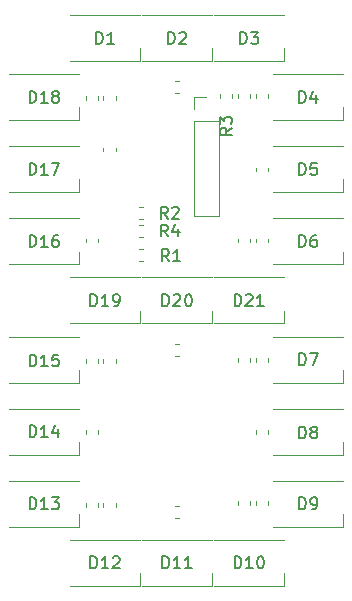
<source format=gbr>
G04 #@! TF.GenerationSoftware,KiCad,Pcbnew,(5.0.1)-4*
G04 #@! TF.CreationDate,2019-08-10T21:26:31+02:00*
G04 #@! TF.ProjectId,7segment_mini_module,377365676D656E745F6D696E695F6D6F,rev?*
G04 #@! TF.SameCoordinates,Original*
G04 #@! TF.FileFunction,Legend,Top*
G04 #@! TF.FilePolarity,Positive*
%FSLAX46Y46*%
G04 Gerber Fmt 4.6, Leading zero omitted, Abs format (unit mm)*
G04 Created by KiCad (PCBNEW (5.0.1)-4) date 10-08-2019 21:26:31*
%MOMM*%
%LPD*%
G01*
G04 APERTURE LIST*
%ADD10C,0.120000*%
%ADD11C,0.150000*%
G04 APERTURE END LIST*
D10*
G04 #@! TO.C,C1*
X85190000Y-76537221D02*
X85190000Y-76862779D01*
X86210000Y-76537221D02*
X86210000Y-76862779D01*
G04 #@! TO.C,C2*
X91562779Y-76310000D02*
X91237221Y-76310000D01*
X91562779Y-75290000D02*
X91237221Y-75290000D01*
G04 #@! TO.C,C3*
X96590000Y-76437221D02*
X96590000Y-76762779D01*
X97610000Y-76437221D02*
X97610000Y-76762779D01*
G04 #@! TO.C,C4*
X99110000Y-76437221D02*
X99110000Y-76762779D01*
X98090000Y-76437221D02*
X98090000Y-76762779D01*
G04 #@! TO.C,C5*
X98090000Y-82624721D02*
X98090000Y-82950279D01*
X99110000Y-82624721D02*
X99110000Y-82950279D01*
G04 #@! TO.C,C6*
X99110000Y-88637221D02*
X99110000Y-88962779D01*
X98090000Y-88637221D02*
X98090000Y-88962779D01*
G04 #@! TO.C,C7*
X98090000Y-98737221D02*
X98090000Y-99062779D01*
X99110000Y-98737221D02*
X99110000Y-99062779D01*
G04 #@! TO.C,C8*
X99110000Y-104837221D02*
X99110000Y-105162779D01*
X98090000Y-104837221D02*
X98090000Y-105162779D01*
G04 #@! TO.C,C9*
X98090000Y-110837221D02*
X98090000Y-111162779D01*
X99110000Y-110837221D02*
X99110000Y-111162779D01*
G04 #@! TO.C,C10*
X97610000Y-110837221D02*
X97610000Y-111162779D01*
X96590000Y-110837221D02*
X96590000Y-111162779D01*
G04 #@! TO.C,C11*
X91237221Y-112310000D02*
X91562779Y-112310000D01*
X91237221Y-111290000D02*
X91562779Y-111290000D01*
G04 #@! TO.C,C12*
X86210000Y-111037221D02*
X86210000Y-111362779D01*
X85190000Y-111037221D02*
X85190000Y-111362779D01*
G04 #@! TO.C,C13*
X83690000Y-111037221D02*
X83690000Y-111362779D01*
X84710000Y-111037221D02*
X84710000Y-111362779D01*
G04 #@! TO.C,C14*
X83690000Y-104837221D02*
X83690000Y-105162779D01*
X84710000Y-104837221D02*
X84710000Y-105162779D01*
G04 #@! TO.C,C15*
X83690000Y-98837221D02*
X83690000Y-99162779D01*
X84710000Y-98837221D02*
X84710000Y-99162779D01*
G04 #@! TO.C,C16*
X84710000Y-88637221D02*
X84710000Y-88962779D01*
X83690000Y-88637221D02*
X83690000Y-88962779D01*
G04 #@! TO.C,C17*
X86210000Y-81262779D02*
X86210000Y-80937221D01*
X85190000Y-81262779D02*
X85190000Y-80937221D01*
G04 #@! TO.C,C18*
X84710000Y-76537221D02*
X84710000Y-76862779D01*
X83690000Y-76537221D02*
X83690000Y-76862779D01*
G04 #@! TO.C,C19*
X85190000Y-98837221D02*
X85190000Y-99162779D01*
X86210000Y-98837221D02*
X86210000Y-99162779D01*
G04 #@! TO.C,C20*
X91562779Y-98610000D02*
X91237221Y-98610000D01*
X91562779Y-97590000D02*
X91237221Y-97590000D01*
G04 #@! TO.C,C21*
X96590000Y-98737221D02*
X96590000Y-99062779D01*
X97610000Y-98737221D02*
X97610000Y-99062779D01*
G04 #@! TO.C,C22*
X97610000Y-88637221D02*
X97610000Y-88962779D01*
X96590000Y-88637221D02*
X96590000Y-88962779D01*
G04 #@! TO.C,D1*
X88250000Y-73600000D02*
X88250000Y-72525000D01*
X82350000Y-73600000D02*
X88250000Y-73600000D01*
X82350000Y-69700000D02*
X88250000Y-69700000D01*
G04 #@! TO.C,D2*
X88450000Y-69700000D02*
X94350000Y-69700000D01*
X88450000Y-73600000D02*
X94350000Y-73600000D01*
X94350000Y-73600000D02*
X94350000Y-72525000D01*
G04 #@! TO.C,D3*
X94550000Y-69700000D02*
X100450000Y-69700000D01*
X94550000Y-73600000D02*
X100450000Y-73600000D01*
X100450000Y-73600000D02*
X100450000Y-72525000D01*
G04 #@! TO.C,D4*
X105450000Y-78610000D02*
X105450000Y-77535000D01*
X99550000Y-78610000D02*
X105450000Y-78610000D01*
X99550000Y-74710000D02*
X105450000Y-74710000D01*
G04 #@! TO.C,D5*
X99550000Y-80810000D02*
X105450000Y-80810000D01*
X99550000Y-84710000D02*
X105450000Y-84710000D01*
X105450000Y-84710000D02*
X105450000Y-83635000D01*
G04 #@! TO.C,D6*
X105450000Y-90810000D02*
X105450000Y-89735000D01*
X99550000Y-90810000D02*
X105450000Y-90810000D01*
X99550000Y-86910000D02*
X105450000Y-86910000D01*
G04 #@! TO.C,D7*
X105450000Y-100850000D02*
X105450000Y-99775000D01*
X99550000Y-100850000D02*
X105450000Y-100850000D01*
X99550000Y-96950000D02*
X105450000Y-96950000D01*
G04 #@! TO.C,D8*
X105450000Y-106950000D02*
X105450000Y-105875000D01*
X99550000Y-106950000D02*
X105450000Y-106950000D01*
X99550000Y-103050000D02*
X105450000Y-103050000D01*
G04 #@! TO.C,D9*
X99550000Y-109150000D02*
X105450000Y-109150000D01*
X99550000Y-113050000D02*
X105450000Y-113050000D01*
X105450000Y-113050000D02*
X105450000Y-111975000D01*
G04 #@! TO.C,D10*
X100450000Y-118050000D02*
X100450000Y-116975000D01*
X94550000Y-118050000D02*
X100450000Y-118050000D01*
X94550000Y-114150000D02*
X100450000Y-114150000D01*
G04 #@! TO.C,D11*
X88450000Y-114150000D02*
X94350000Y-114150000D01*
X88450000Y-118050000D02*
X94350000Y-118050000D01*
X94350000Y-118050000D02*
X94350000Y-116975000D01*
G04 #@! TO.C,D12*
X88250000Y-118050000D02*
X88250000Y-116975000D01*
X82350000Y-118050000D02*
X88250000Y-118050000D01*
X82350000Y-114150000D02*
X88250000Y-114150000D01*
G04 #@! TO.C,D13*
X77200000Y-109150000D02*
X83100000Y-109150000D01*
X77200000Y-113050000D02*
X83100000Y-113050000D01*
X83100000Y-113050000D02*
X83100000Y-111975000D01*
G04 #@! TO.C,D14*
X83100000Y-106950000D02*
X83100000Y-105875000D01*
X77200000Y-106950000D02*
X83100000Y-106950000D01*
X77200000Y-103050000D02*
X83100000Y-103050000D01*
G04 #@! TO.C,D15*
X77200000Y-96950000D02*
X83100000Y-96950000D01*
X77200000Y-100850000D02*
X83100000Y-100850000D01*
X83100000Y-100850000D02*
X83100000Y-99775000D01*
G04 #@! TO.C,D16*
X77200000Y-86910000D02*
X83100000Y-86910000D01*
X77200000Y-90810000D02*
X83100000Y-90810000D01*
X83100000Y-90810000D02*
X83100000Y-89735000D01*
G04 #@! TO.C,D17*
X77200000Y-80810000D02*
X83100000Y-80810000D01*
X77200000Y-84710000D02*
X83100000Y-84710000D01*
X83100000Y-84710000D02*
X83100000Y-83635000D01*
G04 #@! TO.C,D18*
X83100000Y-78610000D02*
X83100000Y-77535000D01*
X77200000Y-78610000D02*
X83100000Y-78610000D01*
X77200000Y-74710000D02*
X83100000Y-74710000D01*
G04 #@! TO.C,D19*
X82350000Y-91925000D02*
X88250000Y-91925000D01*
X82350000Y-95825000D02*
X88250000Y-95825000D01*
X88250000Y-95825000D02*
X88250000Y-94750000D01*
G04 #@! TO.C,D20*
X94350000Y-95825000D02*
X94350000Y-94750000D01*
X88450000Y-95825000D02*
X94350000Y-95825000D01*
X88450000Y-91925000D02*
X94350000Y-91925000D01*
G04 #@! TO.C,D21*
X94550000Y-91925000D02*
X100450000Y-91925000D01*
X94550000Y-95825000D02*
X100450000Y-95825000D01*
X100450000Y-95825000D02*
X100450000Y-94750000D01*
G04 #@! TO.C,R1*
X88562779Y-87490000D02*
X88237221Y-87490000D01*
X88562779Y-88510000D02*
X88237221Y-88510000D01*
G04 #@! TO.C,R2*
X88562779Y-87010000D02*
X88237221Y-87010000D01*
X88562779Y-85990000D02*
X88237221Y-85990000D01*
G04 #@! TO.C,R3*
X96110000Y-76437221D02*
X96110000Y-76762779D01*
X95090000Y-76437221D02*
X95090000Y-76762779D01*
G04 #@! TO.C,R4*
X88237221Y-90510000D02*
X88562779Y-90510000D01*
X88237221Y-89490000D02*
X88562779Y-89490000D01*
G04 #@! TO.C,J1*
X92840000Y-86760000D02*
X94960000Y-86760000D01*
X92840000Y-78700000D02*
X92840000Y-86760000D01*
X94960000Y-78700000D02*
X94960000Y-86760000D01*
X92840000Y-78700000D02*
X94960000Y-78700000D01*
X92840000Y-77700000D02*
X92840000Y-76640000D01*
X92840000Y-76640000D02*
X93900000Y-76640000D01*
G04 #@! TO.C,D1*
D11*
X84561904Y-72152380D02*
X84561904Y-71152380D01*
X84800000Y-71152380D01*
X84942857Y-71200000D01*
X85038095Y-71295238D01*
X85085714Y-71390476D01*
X85133333Y-71580952D01*
X85133333Y-71723809D01*
X85085714Y-71914285D01*
X85038095Y-72009523D01*
X84942857Y-72104761D01*
X84800000Y-72152380D01*
X84561904Y-72152380D01*
X86085714Y-72152380D02*
X85514285Y-72152380D01*
X85800000Y-72152380D02*
X85800000Y-71152380D01*
X85704761Y-71295238D01*
X85609523Y-71390476D01*
X85514285Y-71438095D01*
G04 #@! TO.C,D2*
X90661904Y-72152380D02*
X90661904Y-71152380D01*
X90900000Y-71152380D01*
X91042857Y-71200000D01*
X91138095Y-71295238D01*
X91185714Y-71390476D01*
X91233333Y-71580952D01*
X91233333Y-71723809D01*
X91185714Y-71914285D01*
X91138095Y-72009523D01*
X91042857Y-72104761D01*
X90900000Y-72152380D01*
X90661904Y-72152380D01*
X91614285Y-71247619D02*
X91661904Y-71200000D01*
X91757142Y-71152380D01*
X91995238Y-71152380D01*
X92090476Y-71200000D01*
X92138095Y-71247619D01*
X92185714Y-71342857D01*
X92185714Y-71438095D01*
X92138095Y-71580952D01*
X91566666Y-72152380D01*
X92185714Y-72152380D01*
G04 #@! TO.C,D3*
X96761904Y-72152380D02*
X96761904Y-71152380D01*
X97000000Y-71152380D01*
X97142857Y-71200000D01*
X97238095Y-71295238D01*
X97285714Y-71390476D01*
X97333333Y-71580952D01*
X97333333Y-71723809D01*
X97285714Y-71914285D01*
X97238095Y-72009523D01*
X97142857Y-72104761D01*
X97000000Y-72152380D01*
X96761904Y-72152380D01*
X97666666Y-71152380D02*
X98285714Y-71152380D01*
X97952380Y-71533333D01*
X98095238Y-71533333D01*
X98190476Y-71580952D01*
X98238095Y-71628571D01*
X98285714Y-71723809D01*
X98285714Y-71961904D01*
X98238095Y-72057142D01*
X98190476Y-72104761D01*
X98095238Y-72152380D01*
X97809523Y-72152380D01*
X97714285Y-72104761D01*
X97666666Y-72057142D01*
G04 #@! TO.C,D4*
X101761904Y-77152380D02*
X101761904Y-76152380D01*
X102000000Y-76152380D01*
X102142857Y-76200000D01*
X102238095Y-76295238D01*
X102285714Y-76390476D01*
X102333333Y-76580952D01*
X102333333Y-76723809D01*
X102285714Y-76914285D01*
X102238095Y-77009523D01*
X102142857Y-77104761D01*
X102000000Y-77152380D01*
X101761904Y-77152380D01*
X103190476Y-76485714D02*
X103190476Y-77152380D01*
X102952380Y-76104761D02*
X102714285Y-76819047D01*
X103333333Y-76819047D01*
G04 #@! TO.C,D5*
X101761904Y-83252380D02*
X101761904Y-82252380D01*
X102000000Y-82252380D01*
X102142857Y-82300000D01*
X102238095Y-82395238D01*
X102285714Y-82490476D01*
X102333333Y-82680952D01*
X102333333Y-82823809D01*
X102285714Y-83014285D01*
X102238095Y-83109523D01*
X102142857Y-83204761D01*
X102000000Y-83252380D01*
X101761904Y-83252380D01*
X103238095Y-82252380D02*
X102761904Y-82252380D01*
X102714285Y-82728571D01*
X102761904Y-82680952D01*
X102857142Y-82633333D01*
X103095238Y-82633333D01*
X103190476Y-82680952D01*
X103238095Y-82728571D01*
X103285714Y-82823809D01*
X103285714Y-83061904D01*
X103238095Y-83157142D01*
X103190476Y-83204761D01*
X103095238Y-83252380D01*
X102857142Y-83252380D01*
X102761904Y-83204761D01*
X102714285Y-83157142D01*
G04 #@! TO.C,D6*
X101761904Y-89352380D02*
X101761904Y-88352380D01*
X102000000Y-88352380D01*
X102142857Y-88400000D01*
X102238095Y-88495238D01*
X102285714Y-88590476D01*
X102333333Y-88780952D01*
X102333333Y-88923809D01*
X102285714Y-89114285D01*
X102238095Y-89209523D01*
X102142857Y-89304761D01*
X102000000Y-89352380D01*
X101761904Y-89352380D01*
X103190476Y-88352380D02*
X103000000Y-88352380D01*
X102904761Y-88400000D01*
X102857142Y-88447619D01*
X102761904Y-88590476D01*
X102714285Y-88780952D01*
X102714285Y-89161904D01*
X102761904Y-89257142D01*
X102809523Y-89304761D01*
X102904761Y-89352380D01*
X103095238Y-89352380D01*
X103190476Y-89304761D01*
X103238095Y-89257142D01*
X103285714Y-89161904D01*
X103285714Y-88923809D01*
X103238095Y-88828571D01*
X103190476Y-88780952D01*
X103095238Y-88733333D01*
X102904761Y-88733333D01*
X102809523Y-88780952D01*
X102761904Y-88828571D01*
X102714285Y-88923809D01*
G04 #@! TO.C,D7*
X101761904Y-99352380D02*
X101761904Y-98352380D01*
X102000000Y-98352380D01*
X102142857Y-98400000D01*
X102238095Y-98495238D01*
X102285714Y-98590476D01*
X102333333Y-98780952D01*
X102333333Y-98923809D01*
X102285714Y-99114285D01*
X102238095Y-99209523D01*
X102142857Y-99304761D01*
X102000000Y-99352380D01*
X101761904Y-99352380D01*
X102666666Y-98352380D02*
X103333333Y-98352380D01*
X102904761Y-99352380D01*
G04 #@! TO.C,D8*
X101761904Y-105552380D02*
X101761904Y-104552380D01*
X102000000Y-104552380D01*
X102142857Y-104600000D01*
X102238095Y-104695238D01*
X102285714Y-104790476D01*
X102333333Y-104980952D01*
X102333333Y-105123809D01*
X102285714Y-105314285D01*
X102238095Y-105409523D01*
X102142857Y-105504761D01*
X102000000Y-105552380D01*
X101761904Y-105552380D01*
X102904761Y-104980952D02*
X102809523Y-104933333D01*
X102761904Y-104885714D01*
X102714285Y-104790476D01*
X102714285Y-104742857D01*
X102761904Y-104647619D01*
X102809523Y-104600000D01*
X102904761Y-104552380D01*
X103095238Y-104552380D01*
X103190476Y-104600000D01*
X103238095Y-104647619D01*
X103285714Y-104742857D01*
X103285714Y-104790476D01*
X103238095Y-104885714D01*
X103190476Y-104933333D01*
X103095238Y-104980952D01*
X102904761Y-104980952D01*
X102809523Y-105028571D01*
X102761904Y-105076190D01*
X102714285Y-105171428D01*
X102714285Y-105361904D01*
X102761904Y-105457142D01*
X102809523Y-105504761D01*
X102904761Y-105552380D01*
X103095238Y-105552380D01*
X103190476Y-105504761D01*
X103238095Y-105457142D01*
X103285714Y-105361904D01*
X103285714Y-105171428D01*
X103238095Y-105076190D01*
X103190476Y-105028571D01*
X103095238Y-104980952D01*
G04 #@! TO.C,D9*
X101761904Y-111552380D02*
X101761904Y-110552380D01*
X102000000Y-110552380D01*
X102142857Y-110600000D01*
X102238095Y-110695238D01*
X102285714Y-110790476D01*
X102333333Y-110980952D01*
X102333333Y-111123809D01*
X102285714Y-111314285D01*
X102238095Y-111409523D01*
X102142857Y-111504761D01*
X102000000Y-111552380D01*
X101761904Y-111552380D01*
X102809523Y-111552380D02*
X103000000Y-111552380D01*
X103095238Y-111504761D01*
X103142857Y-111457142D01*
X103238095Y-111314285D01*
X103285714Y-111123809D01*
X103285714Y-110742857D01*
X103238095Y-110647619D01*
X103190476Y-110600000D01*
X103095238Y-110552380D01*
X102904761Y-110552380D01*
X102809523Y-110600000D01*
X102761904Y-110647619D01*
X102714285Y-110742857D01*
X102714285Y-110980952D01*
X102761904Y-111076190D01*
X102809523Y-111123809D01*
X102904761Y-111171428D01*
X103095238Y-111171428D01*
X103190476Y-111123809D01*
X103238095Y-111076190D01*
X103285714Y-110980952D01*
G04 #@! TO.C,D10*
X96285714Y-116552380D02*
X96285714Y-115552380D01*
X96523809Y-115552380D01*
X96666666Y-115600000D01*
X96761904Y-115695238D01*
X96809523Y-115790476D01*
X96857142Y-115980952D01*
X96857142Y-116123809D01*
X96809523Y-116314285D01*
X96761904Y-116409523D01*
X96666666Y-116504761D01*
X96523809Y-116552380D01*
X96285714Y-116552380D01*
X97809523Y-116552380D02*
X97238095Y-116552380D01*
X97523809Y-116552380D02*
X97523809Y-115552380D01*
X97428571Y-115695238D01*
X97333333Y-115790476D01*
X97238095Y-115838095D01*
X98428571Y-115552380D02*
X98523809Y-115552380D01*
X98619047Y-115600000D01*
X98666666Y-115647619D01*
X98714285Y-115742857D01*
X98761904Y-115933333D01*
X98761904Y-116171428D01*
X98714285Y-116361904D01*
X98666666Y-116457142D01*
X98619047Y-116504761D01*
X98523809Y-116552380D01*
X98428571Y-116552380D01*
X98333333Y-116504761D01*
X98285714Y-116457142D01*
X98238095Y-116361904D01*
X98190476Y-116171428D01*
X98190476Y-115933333D01*
X98238095Y-115742857D01*
X98285714Y-115647619D01*
X98333333Y-115600000D01*
X98428571Y-115552380D01*
G04 #@! TO.C,D11*
X90185714Y-116552380D02*
X90185714Y-115552380D01*
X90423809Y-115552380D01*
X90566666Y-115600000D01*
X90661904Y-115695238D01*
X90709523Y-115790476D01*
X90757142Y-115980952D01*
X90757142Y-116123809D01*
X90709523Y-116314285D01*
X90661904Y-116409523D01*
X90566666Y-116504761D01*
X90423809Y-116552380D01*
X90185714Y-116552380D01*
X91709523Y-116552380D02*
X91138095Y-116552380D01*
X91423809Y-116552380D02*
X91423809Y-115552380D01*
X91328571Y-115695238D01*
X91233333Y-115790476D01*
X91138095Y-115838095D01*
X92661904Y-116552380D02*
X92090476Y-116552380D01*
X92376190Y-116552380D02*
X92376190Y-115552380D01*
X92280952Y-115695238D01*
X92185714Y-115790476D01*
X92090476Y-115838095D01*
G04 #@! TO.C,D12*
X84085714Y-116552380D02*
X84085714Y-115552380D01*
X84323809Y-115552380D01*
X84466666Y-115600000D01*
X84561904Y-115695238D01*
X84609523Y-115790476D01*
X84657142Y-115980952D01*
X84657142Y-116123809D01*
X84609523Y-116314285D01*
X84561904Y-116409523D01*
X84466666Y-116504761D01*
X84323809Y-116552380D01*
X84085714Y-116552380D01*
X85609523Y-116552380D02*
X85038095Y-116552380D01*
X85323809Y-116552380D02*
X85323809Y-115552380D01*
X85228571Y-115695238D01*
X85133333Y-115790476D01*
X85038095Y-115838095D01*
X85990476Y-115647619D02*
X86038095Y-115600000D01*
X86133333Y-115552380D01*
X86371428Y-115552380D01*
X86466666Y-115600000D01*
X86514285Y-115647619D01*
X86561904Y-115742857D01*
X86561904Y-115838095D01*
X86514285Y-115980952D01*
X85942857Y-116552380D01*
X86561904Y-116552380D01*
G04 #@! TO.C,D13*
X78935714Y-111552380D02*
X78935714Y-110552380D01*
X79173809Y-110552380D01*
X79316666Y-110600000D01*
X79411904Y-110695238D01*
X79459523Y-110790476D01*
X79507142Y-110980952D01*
X79507142Y-111123809D01*
X79459523Y-111314285D01*
X79411904Y-111409523D01*
X79316666Y-111504761D01*
X79173809Y-111552380D01*
X78935714Y-111552380D01*
X80459523Y-111552380D02*
X79888095Y-111552380D01*
X80173809Y-111552380D02*
X80173809Y-110552380D01*
X80078571Y-110695238D01*
X79983333Y-110790476D01*
X79888095Y-110838095D01*
X80792857Y-110552380D02*
X81411904Y-110552380D01*
X81078571Y-110933333D01*
X81221428Y-110933333D01*
X81316666Y-110980952D01*
X81364285Y-111028571D01*
X81411904Y-111123809D01*
X81411904Y-111361904D01*
X81364285Y-111457142D01*
X81316666Y-111504761D01*
X81221428Y-111552380D01*
X80935714Y-111552380D01*
X80840476Y-111504761D01*
X80792857Y-111457142D01*
G04 #@! TO.C,D14*
X78935714Y-105452380D02*
X78935714Y-104452380D01*
X79173809Y-104452380D01*
X79316666Y-104500000D01*
X79411904Y-104595238D01*
X79459523Y-104690476D01*
X79507142Y-104880952D01*
X79507142Y-105023809D01*
X79459523Y-105214285D01*
X79411904Y-105309523D01*
X79316666Y-105404761D01*
X79173809Y-105452380D01*
X78935714Y-105452380D01*
X80459523Y-105452380D02*
X79888095Y-105452380D01*
X80173809Y-105452380D02*
X80173809Y-104452380D01*
X80078571Y-104595238D01*
X79983333Y-104690476D01*
X79888095Y-104738095D01*
X81316666Y-104785714D02*
X81316666Y-105452380D01*
X81078571Y-104404761D02*
X80840476Y-105119047D01*
X81459523Y-105119047D01*
G04 #@! TO.C,D15*
X78935714Y-99452380D02*
X78935714Y-98452380D01*
X79173809Y-98452380D01*
X79316666Y-98500000D01*
X79411904Y-98595238D01*
X79459523Y-98690476D01*
X79507142Y-98880952D01*
X79507142Y-99023809D01*
X79459523Y-99214285D01*
X79411904Y-99309523D01*
X79316666Y-99404761D01*
X79173809Y-99452380D01*
X78935714Y-99452380D01*
X80459523Y-99452380D02*
X79888095Y-99452380D01*
X80173809Y-99452380D02*
X80173809Y-98452380D01*
X80078571Y-98595238D01*
X79983333Y-98690476D01*
X79888095Y-98738095D01*
X81364285Y-98452380D02*
X80888095Y-98452380D01*
X80840476Y-98928571D01*
X80888095Y-98880952D01*
X80983333Y-98833333D01*
X81221428Y-98833333D01*
X81316666Y-98880952D01*
X81364285Y-98928571D01*
X81411904Y-99023809D01*
X81411904Y-99261904D01*
X81364285Y-99357142D01*
X81316666Y-99404761D01*
X81221428Y-99452380D01*
X80983333Y-99452380D01*
X80888095Y-99404761D01*
X80840476Y-99357142D01*
G04 #@! TO.C,D16*
X78935714Y-89352380D02*
X78935714Y-88352380D01*
X79173809Y-88352380D01*
X79316666Y-88400000D01*
X79411904Y-88495238D01*
X79459523Y-88590476D01*
X79507142Y-88780952D01*
X79507142Y-88923809D01*
X79459523Y-89114285D01*
X79411904Y-89209523D01*
X79316666Y-89304761D01*
X79173809Y-89352380D01*
X78935714Y-89352380D01*
X80459523Y-89352380D02*
X79888095Y-89352380D01*
X80173809Y-89352380D02*
X80173809Y-88352380D01*
X80078571Y-88495238D01*
X79983333Y-88590476D01*
X79888095Y-88638095D01*
X81316666Y-88352380D02*
X81126190Y-88352380D01*
X81030952Y-88400000D01*
X80983333Y-88447619D01*
X80888095Y-88590476D01*
X80840476Y-88780952D01*
X80840476Y-89161904D01*
X80888095Y-89257142D01*
X80935714Y-89304761D01*
X81030952Y-89352380D01*
X81221428Y-89352380D01*
X81316666Y-89304761D01*
X81364285Y-89257142D01*
X81411904Y-89161904D01*
X81411904Y-88923809D01*
X81364285Y-88828571D01*
X81316666Y-88780952D01*
X81221428Y-88733333D01*
X81030952Y-88733333D01*
X80935714Y-88780952D01*
X80888095Y-88828571D01*
X80840476Y-88923809D01*
G04 #@! TO.C,D17*
X78935714Y-83252380D02*
X78935714Y-82252380D01*
X79173809Y-82252380D01*
X79316666Y-82300000D01*
X79411904Y-82395238D01*
X79459523Y-82490476D01*
X79507142Y-82680952D01*
X79507142Y-82823809D01*
X79459523Y-83014285D01*
X79411904Y-83109523D01*
X79316666Y-83204761D01*
X79173809Y-83252380D01*
X78935714Y-83252380D01*
X80459523Y-83252380D02*
X79888095Y-83252380D01*
X80173809Y-83252380D02*
X80173809Y-82252380D01*
X80078571Y-82395238D01*
X79983333Y-82490476D01*
X79888095Y-82538095D01*
X80792857Y-82252380D02*
X81459523Y-82252380D01*
X81030952Y-83252380D01*
G04 #@! TO.C,D18*
X78935714Y-77152380D02*
X78935714Y-76152380D01*
X79173809Y-76152380D01*
X79316666Y-76200000D01*
X79411904Y-76295238D01*
X79459523Y-76390476D01*
X79507142Y-76580952D01*
X79507142Y-76723809D01*
X79459523Y-76914285D01*
X79411904Y-77009523D01*
X79316666Y-77104761D01*
X79173809Y-77152380D01*
X78935714Y-77152380D01*
X80459523Y-77152380D02*
X79888095Y-77152380D01*
X80173809Y-77152380D02*
X80173809Y-76152380D01*
X80078571Y-76295238D01*
X79983333Y-76390476D01*
X79888095Y-76438095D01*
X81030952Y-76580952D02*
X80935714Y-76533333D01*
X80888095Y-76485714D01*
X80840476Y-76390476D01*
X80840476Y-76342857D01*
X80888095Y-76247619D01*
X80935714Y-76200000D01*
X81030952Y-76152380D01*
X81221428Y-76152380D01*
X81316666Y-76200000D01*
X81364285Y-76247619D01*
X81411904Y-76342857D01*
X81411904Y-76390476D01*
X81364285Y-76485714D01*
X81316666Y-76533333D01*
X81221428Y-76580952D01*
X81030952Y-76580952D01*
X80935714Y-76628571D01*
X80888095Y-76676190D01*
X80840476Y-76771428D01*
X80840476Y-76961904D01*
X80888095Y-77057142D01*
X80935714Y-77104761D01*
X81030952Y-77152380D01*
X81221428Y-77152380D01*
X81316666Y-77104761D01*
X81364285Y-77057142D01*
X81411904Y-76961904D01*
X81411904Y-76771428D01*
X81364285Y-76676190D01*
X81316666Y-76628571D01*
X81221428Y-76580952D01*
G04 #@! TO.C,D19*
X84085714Y-94352380D02*
X84085714Y-93352380D01*
X84323809Y-93352380D01*
X84466666Y-93400000D01*
X84561904Y-93495238D01*
X84609523Y-93590476D01*
X84657142Y-93780952D01*
X84657142Y-93923809D01*
X84609523Y-94114285D01*
X84561904Y-94209523D01*
X84466666Y-94304761D01*
X84323809Y-94352380D01*
X84085714Y-94352380D01*
X85609523Y-94352380D02*
X85038095Y-94352380D01*
X85323809Y-94352380D02*
X85323809Y-93352380D01*
X85228571Y-93495238D01*
X85133333Y-93590476D01*
X85038095Y-93638095D01*
X86085714Y-94352380D02*
X86276190Y-94352380D01*
X86371428Y-94304761D01*
X86419047Y-94257142D01*
X86514285Y-94114285D01*
X86561904Y-93923809D01*
X86561904Y-93542857D01*
X86514285Y-93447619D01*
X86466666Y-93400000D01*
X86371428Y-93352380D01*
X86180952Y-93352380D01*
X86085714Y-93400000D01*
X86038095Y-93447619D01*
X85990476Y-93542857D01*
X85990476Y-93780952D01*
X86038095Y-93876190D01*
X86085714Y-93923809D01*
X86180952Y-93971428D01*
X86371428Y-93971428D01*
X86466666Y-93923809D01*
X86514285Y-93876190D01*
X86561904Y-93780952D01*
G04 #@! TO.C,D20*
X90185714Y-94352380D02*
X90185714Y-93352380D01*
X90423809Y-93352380D01*
X90566666Y-93400000D01*
X90661904Y-93495238D01*
X90709523Y-93590476D01*
X90757142Y-93780952D01*
X90757142Y-93923809D01*
X90709523Y-94114285D01*
X90661904Y-94209523D01*
X90566666Y-94304761D01*
X90423809Y-94352380D01*
X90185714Y-94352380D01*
X91138095Y-93447619D02*
X91185714Y-93400000D01*
X91280952Y-93352380D01*
X91519047Y-93352380D01*
X91614285Y-93400000D01*
X91661904Y-93447619D01*
X91709523Y-93542857D01*
X91709523Y-93638095D01*
X91661904Y-93780952D01*
X91090476Y-94352380D01*
X91709523Y-94352380D01*
X92328571Y-93352380D02*
X92423809Y-93352380D01*
X92519047Y-93400000D01*
X92566666Y-93447619D01*
X92614285Y-93542857D01*
X92661904Y-93733333D01*
X92661904Y-93971428D01*
X92614285Y-94161904D01*
X92566666Y-94257142D01*
X92519047Y-94304761D01*
X92423809Y-94352380D01*
X92328571Y-94352380D01*
X92233333Y-94304761D01*
X92185714Y-94257142D01*
X92138095Y-94161904D01*
X92090476Y-93971428D01*
X92090476Y-93733333D01*
X92138095Y-93542857D01*
X92185714Y-93447619D01*
X92233333Y-93400000D01*
X92328571Y-93352380D01*
G04 #@! TO.C,D21*
X96285714Y-94352380D02*
X96285714Y-93352380D01*
X96523809Y-93352380D01*
X96666666Y-93400000D01*
X96761904Y-93495238D01*
X96809523Y-93590476D01*
X96857142Y-93780952D01*
X96857142Y-93923809D01*
X96809523Y-94114285D01*
X96761904Y-94209523D01*
X96666666Y-94304761D01*
X96523809Y-94352380D01*
X96285714Y-94352380D01*
X97238095Y-93447619D02*
X97285714Y-93400000D01*
X97380952Y-93352380D01*
X97619047Y-93352380D01*
X97714285Y-93400000D01*
X97761904Y-93447619D01*
X97809523Y-93542857D01*
X97809523Y-93638095D01*
X97761904Y-93780952D01*
X97190476Y-94352380D01*
X97809523Y-94352380D01*
X98761904Y-94352380D02*
X98190476Y-94352380D01*
X98476190Y-94352380D02*
X98476190Y-93352380D01*
X98380952Y-93495238D01*
X98285714Y-93590476D01*
X98190476Y-93638095D01*
G04 #@! TO.C,R1*
X90733333Y-90552380D02*
X90400000Y-90076190D01*
X90161904Y-90552380D02*
X90161904Y-89552380D01*
X90542857Y-89552380D01*
X90638095Y-89600000D01*
X90685714Y-89647619D01*
X90733333Y-89742857D01*
X90733333Y-89885714D01*
X90685714Y-89980952D01*
X90638095Y-90028571D01*
X90542857Y-90076190D01*
X90161904Y-90076190D01*
X91685714Y-90552380D02*
X91114285Y-90552380D01*
X91400000Y-90552380D02*
X91400000Y-89552380D01*
X91304761Y-89695238D01*
X91209523Y-89790476D01*
X91114285Y-89838095D01*
G04 #@! TO.C,R2*
X90633333Y-86952380D02*
X90300000Y-86476190D01*
X90061904Y-86952380D02*
X90061904Y-85952380D01*
X90442857Y-85952380D01*
X90538095Y-86000000D01*
X90585714Y-86047619D01*
X90633333Y-86142857D01*
X90633333Y-86285714D01*
X90585714Y-86380952D01*
X90538095Y-86428571D01*
X90442857Y-86476190D01*
X90061904Y-86476190D01*
X91014285Y-86047619D02*
X91061904Y-86000000D01*
X91157142Y-85952380D01*
X91395238Y-85952380D01*
X91490476Y-86000000D01*
X91538095Y-86047619D01*
X91585714Y-86142857D01*
X91585714Y-86238095D01*
X91538095Y-86380952D01*
X90966666Y-86952380D01*
X91585714Y-86952380D01*
G04 #@! TO.C,R3*
X96052380Y-79266666D02*
X95576190Y-79600000D01*
X96052380Y-79838095D02*
X95052380Y-79838095D01*
X95052380Y-79457142D01*
X95100000Y-79361904D01*
X95147619Y-79314285D01*
X95242857Y-79266666D01*
X95385714Y-79266666D01*
X95480952Y-79314285D01*
X95528571Y-79361904D01*
X95576190Y-79457142D01*
X95576190Y-79838095D01*
X95052380Y-78933333D02*
X95052380Y-78314285D01*
X95433333Y-78647619D01*
X95433333Y-78504761D01*
X95480952Y-78409523D01*
X95528571Y-78361904D01*
X95623809Y-78314285D01*
X95861904Y-78314285D01*
X95957142Y-78361904D01*
X96004761Y-78409523D01*
X96052380Y-78504761D01*
X96052380Y-78790476D01*
X96004761Y-78885714D01*
X95957142Y-78933333D01*
G04 #@! TO.C,R4*
X90633333Y-88452380D02*
X90300000Y-87976190D01*
X90061904Y-88452380D02*
X90061904Y-87452380D01*
X90442857Y-87452380D01*
X90538095Y-87500000D01*
X90585714Y-87547619D01*
X90633333Y-87642857D01*
X90633333Y-87785714D01*
X90585714Y-87880952D01*
X90538095Y-87928571D01*
X90442857Y-87976190D01*
X90061904Y-87976190D01*
X91490476Y-87785714D02*
X91490476Y-88452380D01*
X91252380Y-87404761D02*
X91014285Y-88119047D01*
X91633333Y-88119047D01*
G04 #@! TD*
M02*

</source>
